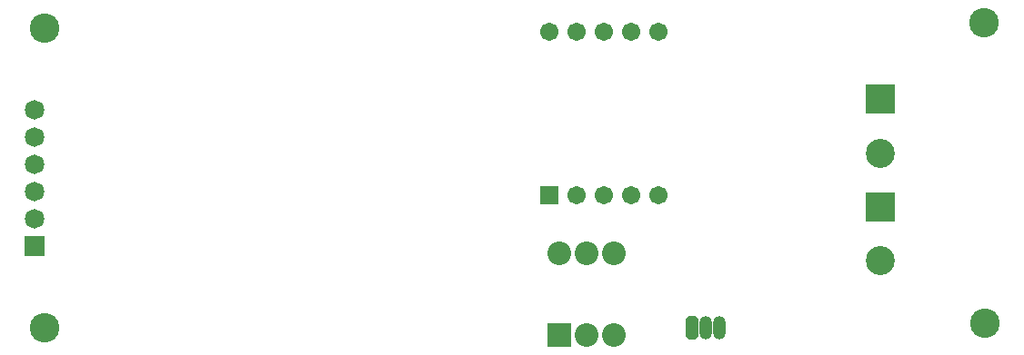
<source format=gbr>
%TF.GenerationSoftware,Novarm,DipTrace,3.0.0.2*%
%TF.CreationDate,2017-02-07T18:04:29+02:00*%
%FSLAX26Y26*%
%MOIN*%
%TF.FileFunction,Soldermask,Bot*%
%TF.Part,Single*%
%AMOUTLINE1*
4,1,8,
-0.023701,-0.031191,
-0.011506,-0.043386,
0.011506,-0.043386,
0.023701,-0.031191,
0.023701,0.031191,
0.011506,0.043386,
-0.011506,0.043386,
-0.023701,0.031191,
-0.023701,-0.031191,
0*%
%ADD48C,0.108268*%
%ADD63O,0.047402X0.086772*%
%ADD71C,0.086772*%
%ADD73R,0.086772X0.086772*%
%ADD77C,0.106457*%
%ADD79R,0.106457X0.106457*%
%ADD81C,0.071811*%
%ADD83R,0.071811X0.071811*%
%ADD93C,0.067087*%
%ADD95R,0.067087X0.067087*%
%ADD108OUTLINE1*%
G75*
G01*
%LPD*%
D95*
X2419016Y1044016D3*
D93*
X2519016D3*
X2619016D3*
X2719016D3*
X2819016D3*
Y1644016D3*
X2719016D3*
X2619016D3*
X2519016D3*
X2419016D3*
D48*
X569016Y556516D3*
Y1656516D3*
X4012436Y1675741D3*
X4016017Y574644D3*
D83*
X531516Y856516D3*
D81*
Y956516D3*
Y1056516D3*
Y1156516D3*
Y1256516D3*
Y1356516D3*
D79*
X3631516Y1395404D3*
D77*
Y1198554D3*
D79*
Y1001605D3*
D77*
Y804755D3*
D73*
X2456516Y531516D3*
D71*
X2556516D3*
X2656516D3*
Y831516D3*
X2556516D3*
X2456535D3*
D108*
X2944016Y556516D3*
D63*
X2994016D3*
X3044016D3*
M02*

</source>
